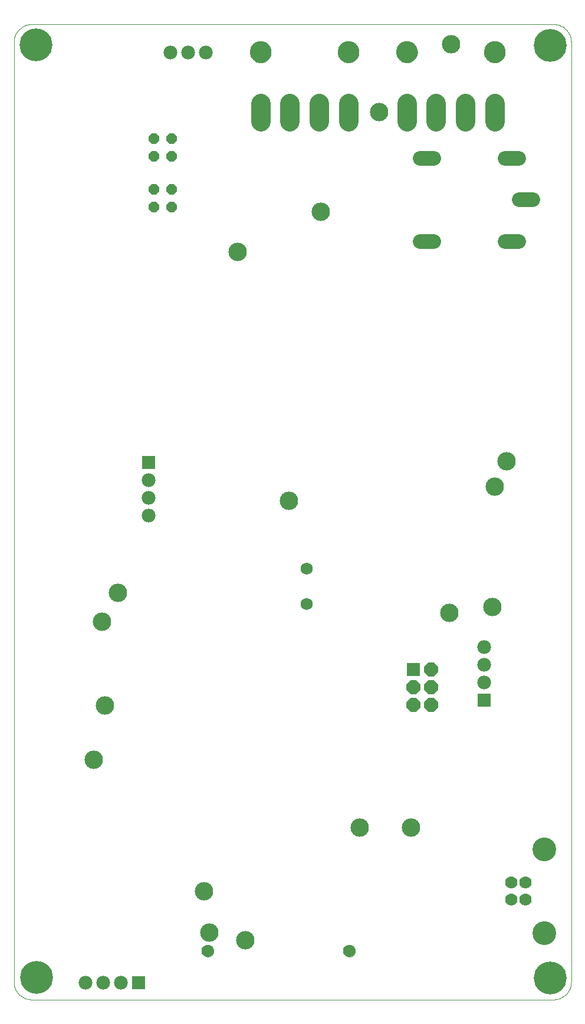
<source format=gbs>
G75*
%MOIN*%
%OFA0B0*%
%FSLAX24Y24*%
%IPPOS*%
%LPD*%
%AMOC8*
5,1,8,0,0,1.08239X$1,22.5*
%
%ADD10C,0.0000*%
%ADD11C,0.0690*%
%ADD12R,0.0780X0.0780*%
%ADD13OC8,0.0780*%
%ADD14C,0.1857*%
%ADD15C,0.0780*%
%ADD16C,0.0700*%
%ADD17C,0.1340*%
%ADD18C,0.0820*%
%ADD19C,0.1221*%
%ADD20C,0.1103*%
%ADD21OC8,0.0600*%
%ADD22C,0.1040*%
D10*
X007630Y006037D02*
X007630Y059155D01*
X007632Y059215D01*
X007637Y059276D01*
X007646Y059335D01*
X007659Y059394D01*
X007675Y059453D01*
X007695Y059510D01*
X007718Y059565D01*
X007745Y059620D01*
X007774Y059672D01*
X007807Y059723D01*
X007843Y059772D01*
X007881Y059818D01*
X007923Y059862D01*
X007967Y059904D01*
X008013Y059942D01*
X008062Y059978D01*
X008113Y060011D01*
X008165Y060040D01*
X008220Y060067D01*
X008275Y060090D01*
X008332Y060110D01*
X008391Y060126D01*
X008450Y060139D01*
X008509Y060148D01*
X008570Y060153D01*
X008630Y060155D01*
X038126Y060155D01*
X038186Y060153D01*
X038247Y060148D01*
X038306Y060139D01*
X038365Y060126D01*
X038424Y060110D01*
X038481Y060090D01*
X038536Y060067D01*
X038591Y060040D01*
X038643Y060011D01*
X038694Y059978D01*
X038743Y059942D01*
X038789Y059904D01*
X038833Y059862D01*
X038875Y059818D01*
X038913Y059772D01*
X038949Y059723D01*
X038982Y059672D01*
X039011Y059620D01*
X039038Y059565D01*
X039061Y059510D01*
X039081Y059453D01*
X039097Y059394D01*
X039110Y059335D01*
X039119Y059276D01*
X039124Y059215D01*
X039126Y059155D01*
X039126Y006037D01*
X039124Y005977D01*
X039119Y005916D01*
X039110Y005857D01*
X039097Y005798D01*
X039081Y005739D01*
X039061Y005682D01*
X039038Y005627D01*
X039011Y005572D01*
X038982Y005520D01*
X038949Y005469D01*
X038913Y005420D01*
X038875Y005374D01*
X038833Y005330D01*
X038789Y005288D01*
X038743Y005250D01*
X038694Y005214D01*
X038643Y005181D01*
X038591Y005152D01*
X038536Y005125D01*
X038481Y005102D01*
X038424Y005082D01*
X038365Y005066D01*
X038306Y005053D01*
X038247Y005044D01*
X038186Y005039D01*
X038126Y005037D01*
X008630Y005037D01*
X008570Y005039D01*
X008509Y005044D01*
X008450Y005053D01*
X008391Y005066D01*
X008332Y005082D01*
X008275Y005102D01*
X008220Y005125D01*
X008165Y005152D01*
X008113Y005181D01*
X008062Y005214D01*
X008013Y005250D01*
X007967Y005288D01*
X007923Y005330D01*
X007881Y005374D01*
X007843Y005420D01*
X007807Y005469D01*
X007774Y005520D01*
X007745Y005572D01*
X007718Y005627D01*
X007695Y005682D01*
X007675Y005739D01*
X007659Y005798D01*
X007646Y005857D01*
X007637Y005916D01*
X007632Y005977D01*
X007630Y006037D01*
X018261Y007793D02*
X018263Y007829D01*
X018269Y007864D01*
X018278Y007898D01*
X018292Y007932D01*
X018308Y007963D01*
X018328Y007993D01*
X018351Y008020D01*
X018377Y008045D01*
X018406Y008066D01*
X018436Y008085D01*
X018469Y008100D01*
X018503Y008111D01*
X018538Y008119D01*
X018573Y008123D01*
X018609Y008123D01*
X018644Y008119D01*
X018679Y008111D01*
X018713Y008100D01*
X018746Y008085D01*
X018776Y008066D01*
X018805Y008045D01*
X018831Y008020D01*
X018854Y007993D01*
X018874Y007963D01*
X018890Y007932D01*
X018904Y007898D01*
X018913Y007864D01*
X018919Y007829D01*
X018921Y007793D01*
X018919Y007757D01*
X018913Y007722D01*
X018904Y007688D01*
X018890Y007654D01*
X018874Y007623D01*
X018854Y007593D01*
X018831Y007566D01*
X018805Y007541D01*
X018776Y007520D01*
X018746Y007501D01*
X018713Y007486D01*
X018679Y007475D01*
X018644Y007467D01*
X018609Y007463D01*
X018573Y007463D01*
X018538Y007467D01*
X018503Y007475D01*
X018469Y007486D01*
X018436Y007501D01*
X018406Y007520D01*
X018377Y007541D01*
X018351Y007566D01*
X018328Y007593D01*
X018308Y007623D01*
X018292Y007654D01*
X018278Y007688D01*
X018269Y007722D01*
X018263Y007757D01*
X018261Y007793D01*
X026261Y007793D02*
X026263Y007829D01*
X026269Y007864D01*
X026278Y007898D01*
X026292Y007932D01*
X026308Y007963D01*
X026328Y007993D01*
X026351Y008020D01*
X026377Y008045D01*
X026406Y008066D01*
X026436Y008085D01*
X026469Y008100D01*
X026503Y008111D01*
X026538Y008119D01*
X026573Y008123D01*
X026609Y008123D01*
X026644Y008119D01*
X026679Y008111D01*
X026713Y008100D01*
X026746Y008085D01*
X026776Y008066D01*
X026805Y008045D01*
X026831Y008020D01*
X026854Y007993D01*
X026874Y007963D01*
X026890Y007932D01*
X026904Y007898D01*
X026913Y007864D01*
X026919Y007829D01*
X026921Y007793D01*
X026919Y007757D01*
X026913Y007722D01*
X026904Y007688D01*
X026890Y007654D01*
X026874Y007623D01*
X026854Y007593D01*
X026831Y007566D01*
X026805Y007541D01*
X026776Y007520D01*
X026746Y007501D01*
X026713Y007486D01*
X026679Y007475D01*
X026644Y007467D01*
X026609Y007463D01*
X026573Y007463D01*
X026538Y007467D01*
X026503Y007475D01*
X026469Y007486D01*
X026436Y007501D01*
X026406Y007520D01*
X026377Y007541D01*
X026351Y007566D01*
X026328Y007593D01*
X026308Y007623D01*
X026292Y007654D01*
X026278Y007688D01*
X026269Y007722D01*
X026263Y007757D01*
X026261Y007793D01*
X025937Y058580D02*
X025939Y058628D01*
X025945Y058676D01*
X025955Y058723D01*
X025968Y058769D01*
X025986Y058814D01*
X026006Y058858D01*
X026031Y058900D01*
X026059Y058939D01*
X026089Y058976D01*
X026123Y059010D01*
X026160Y059042D01*
X026198Y059071D01*
X026239Y059096D01*
X026282Y059118D01*
X026327Y059136D01*
X026373Y059150D01*
X026420Y059161D01*
X026468Y059168D01*
X026516Y059171D01*
X026564Y059170D01*
X026612Y059165D01*
X026660Y059156D01*
X026706Y059144D01*
X026751Y059127D01*
X026795Y059107D01*
X026837Y059084D01*
X026877Y059057D01*
X026915Y059027D01*
X026950Y058994D01*
X026982Y058958D01*
X027012Y058920D01*
X027038Y058879D01*
X027060Y058836D01*
X027080Y058792D01*
X027095Y058747D01*
X027107Y058700D01*
X027115Y058652D01*
X027119Y058604D01*
X027119Y058556D01*
X027115Y058508D01*
X027107Y058460D01*
X027095Y058413D01*
X027080Y058368D01*
X027060Y058324D01*
X027038Y058281D01*
X027012Y058240D01*
X026982Y058202D01*
X026950Y058166D01*
X026915Y058133D01*
X026877Y058103D01*
X026837Y058076D01*
X026795Y058053D01*
X026751Y058033D01*
X026706Y058016D01*
X026660Y058004D01*
X026612Y057995D01*
X026564Y057990D01*
X026516Y057989D01*
X026468Y057992D01*
X026420Y057999D01*
X026373Y058010D01*
X026327Y058024D01*
X026282Y058042D01*
X026239Y058064D01*
X026198Y058089D01*
X026160Y058118D01*
X026123Y058150D01*
X026089Y058184D01*
X026059Y058221D01*
X026031Y058260D01*
X026006Y058302D01*
X025986Y058346D01*
X025968Y058391D01*
X025955Y058437D01*
X025945Y058484D01*
X025939Y058532D01*
X025937Y058580D01*
X029244Y058580D02*
X029246Y058628D01*
X029252Y058676D01*
X029262Y058723D01*
X029275Y058769D01*
X029293Y058814D01*
X029313Y058858D01*
X029338Y058900D01*
X029366Y058939D01*
X029396Y058976D01*
X029430Y059010D01*
X029467Y059042D01*
X029505Y059071D01*
X029546Y059096D01*
X029589Y059118D01*
X029634Y059136D01*
X029680Y059150D01*
X029727Y059161D01*
X029775Y059168D01*
X029823Y059171D01*
X029871Y059170D01*
X029919Y059165D01*
X029967Y059156D01*
X030013Y059144D01*
X030058Y059127D01*
X030102Y059107D01*
X030144Y059084D01*
X030184Y059057D01*
X030222Y059027D01*
X030257Y058994D01*
X030289Y058958D01*
X030319Y058920D01*
X030345Y058879D01*
X030367Y058836D01*
X030387Y058792D01*
X030402Y058747D01*
X030414Y058700D01*
X030422Y058652D01*
X030426Y058604D01*
X030426Y058556D01*
X030422Y058508D01*
X030414Y058460D01*
X030402Y058413D01*
X030387Y058368D01*
X030367Y058324D01*
X030345Y058281D01*
X030319Y058240D01*
X030289Y058202D01*
X030257Y058166D01*
X030222Y058133D01*
X030184Y058103D01*
X030144Y058076D01*
X030102Y058053D01*
X030058Y058033D01*
X030013Y058016D01*
X029967Y058004D01*
X029919Y057995D01*
X029871Y057990D01*
X029823Y057989D01*
X029775Y057992D01*
X029727Y057999D01*
X029680Y058010D01*
X029634Y058024D01*
X029589Y058042D01*
X029546Y058064D01*
X029505Y058089D01*
X029467Y058118D01*
X029430Y058150D01*
X029396Y058184D01*
X029366Y058221D01*
X029338Y058260D01*
X029313Y058302D01*
X029293Y058346D01*
X029275Y058391D01*
X029262Y058437D01*
X029252Y058484D01*
X029246Y058532D01*
X029244Y058580D01*
X034205Y058580D02*
X034207Y058628D01*
X034213Y058676D01*
X034223Y058723D01*
X034236Y058769D01*
X034254Y058814D01*
X034274Y058858D01*
X034299Y058900D01*
X034327Y058939D01*
X034357Y058976D01*
X034391Y059010D01*
X034428Y059042D01*
X034466Y059071D01*
X034507Y059096D01*
X034550Y059118D01*
X034595Y059136D01*
X034641Y059150D01*
X034688Y059161D01*
X034736Y059168D01*
X034784Y059171D01*
X034832Y059170D01*
X034880Y059165D01*
X034928Y059156D01*
X034974Y059144D01*
X035019Y059127D01*
X035063Y059107D01*
X035105Y059084D01*
X035145Y059057D01*
X035183Y059027D01*
X035218Y058994D01*
X035250Y058958D01*
X035280Y058920D01*
X035306Y058879D01*
X035328Y058836D01*
X035348Y058792D01*
X035363Y058747D01*
X035375Y058700D01*
X035383Y058652D01*
X035387Y058604D01*
X035387Y058556D01*
X035383Y058508D01*
X035375Y058460D01*
X035363Y058413D01*
X035348Y058368D01*
X035328Y058324D01*
X035306Y058281D01*
X035280Y058240D01*
X035250Y058202D01*
X035218Y058166D01*
X035183Y058133D01*
X035145Y058103D01*
X035105Y058076D01*
X035063Y058053D01*
X035019Y058033D01*
X034974Y058016D01*
X034928Y058004D01*
X034880Y057995D01*
X034832Y057990D01*
X034784Y057989D01*
X034736Y057992D01*
X034688Y057999D01*
X034641Y058010D01*
X034595Y058024D01*
X034550Y058042D01*
X034507Y058064D01*
X034466Y058089D01*
X034428Y058118D01*
X034391Y058150D01*
X034357Y058184D01*
X034327Y058221D01*
X034299Y058260D01*
X034274Y058302D01*
X034254Y058346D01*
X034236Y058391D01*
X034223Y058437D01*
X034213Y058484D01*
X034207Y058532D01*
X034205Y058580D01*
X020976Y058580D02*
X020978Y058628D01*
X020984Y058676D01*
X020994Y058723D01*
X021007Y058769D01*
X021025Y058814D01*
X021045Y058858D01*
X021070Y058900D01*
X021098Y058939D01*
X021128Y058976D01*
X021162Y059010D01*
X021199Y059042D01*
X021237Y059071D01*
X021278Y059096D01*
X021321Y059118D01*
X021366Y059136D01*
X021412Y059150D01*
X021459Y059161D01*
X021507Y059168D01*
X021555Y059171D01*
X021603Y059170D01*
X021651Y059165D01*
X021699Y059156D01*
X021745Y059144D01*
X021790Y059127D01*
X021834Y059107D01*
X021876Y059084D01*
X021916Y059057D01*
X021954Y059027D01*
X021989Y058994D01*
X022021Y058958D01*
X022051Y058920D01*
X022077Y058879D01*
X022099Y058836D01*
X022119Y058792D01*
X022134Y058747D01*
X022146Y058700D01*
X022154Y058652D01*
X022158Y058604D01*
X022158Y058556D01*
X022154Y058508D01*
X022146Y058460D01*
X022134Y058413D01*
X022119Y058368D01*
X022099Y058324D01*
X022077Y058281D01*
X022051Y058240D01*
X022021Y058202D01*
X021989Y058166D01*
X021954Y058133D01*
X021916Y058103D01*
X021876Y058076D01*
X021834Y058053D01*
X021790Y058033D01*
X021745Y058016D01*
X021699Y058004D01*
X021651Y057995D01*
X021603Y057990D01*
X021555Y057989D01*
X021507Y057992D01*
X021459Y057999D01*
X021412Y058010D01*
X021366Y058024D01*
X021321Y058042D01*
X021278Y058064D01*
X021237Y058089D01*
X021199Y058118D01*
X021162Y058150D01*
X021128Y058184D01*
X021098Y058221D01*
X021070Y058260D01*
X021045Y058302D01*
X021025Y058346D01*
X021007Y058391D01*
X020994Y058437D01*
X020984Y058484D01*
X020978Y058532D01*
X020976Y058580D01*
D11*
X024185Y029383D03*
X024185Y027383D03*
D12*
X030222Y023689D03*
X034210Y021957D03*
X015250Y035397D03*
X014663Y005996D03*
D13*
X030222Y021689D03*
X030222Y022689D03*
X031222Y022689D03*
X031222Y021689D03*
X031222Y023689D03*
D14*
X037954Y006243D03*
X008911Y006281D03*
X008874Y058996D03*
X037935Y058965D03*
D15*
X018473Y058554D03*
X017473Y058554D03*
X016473Y058554D03*
X015250Y034397D03*
X015250Y033397D03*
X015250Y032397D03*
X013663Y005996D03*
X012663Y005996D03*
X011663Y005996D03*
X034210Y022957D03*
X034210Y023957D03*
X034210Y024957D03*
D16*
X035750Y011663D03*
X036530Y011663D03*
X036530Y010678D03*
X035750Y010678D03*
X026591Y007793D03*
X018591Y007793D03*
D17*
X037600Y008800D03*
X037600Y013540D03*
D18*
X036148Y047902D02*
X035368Y047902D01*
X036168Y050252D02*
X036948Y050252D01*
X036148Y052602D02*
X035368Y052602D01*
X031348Y052602D02*
X030568Y052602D01*
X030568Y047902D02*
X031348Y047902D01*
D19*
X029835Y058580D03*
X026528Y058580D03*
X021567Y058580D03*
X034796Y058580D03*
D20*
X034796Y055706D02*
X034796Y054643D01*
X033142Y054643D02*
X033142Y055706D01*
X031488Y055706D02*
X031488Y054643D01*
X029835Y054643D02*
X029835Y055706D01*
X026528Y055706D02*
X026528Y054643D01*
X024874Y054643D02*
X024874Y055706D01*
X023221Y055706D02*
X023221Y054643D01*
X021567Y054643D02*
X021567Y055706D01*
D21*
X016537Y053696D03*
X015537Y053696D03*
X015537Y052696D03*
X016537Y052696D03*
X016540Y050816D03*
X016540Y049816D03*
X015540Y049816D03*
X015540Y050816D03*
D22*
X020290Y047277D03*
X024970Y049557D03*
X028270Y055197D03*
X032350Y059037D03*
X035470Y035457D03*
X034810Y034017D03*
X034690Y027237D03*
X032230Y026877D03*
X030070Y014757D03*
X027190Y014757D03*
X020710Y008397D03*
X018670Y008817D03*
X018370Y011157D03*
X012130Y018597D03*
X012790Y021657D03*
X012610Y026397D03*
X013510Y028017D03*
X023170Y033237D03*
M02*

</source>
